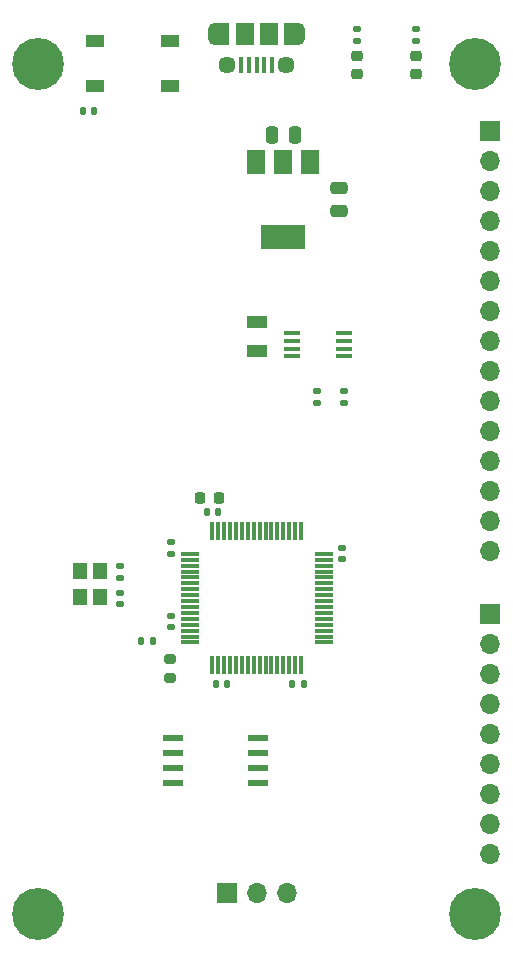
<source format=gbr>
%TF.GenerationSoftware,KiCad,Pcbnew,(6.0.9)*%
%TF.CreationDate,2022-12-01T17:51:06-05:00*%
%TF.ProjectId,cdh-devkit,6364682d-6465-4766-9b69-742e6b696361,rev?*%
%TF.SameCoordinates,Original*%
%TF.FileFunction,Soldermask,Top*%
%TF.FilePolarity,Negative*%
%FSLAX46Y46*%
G04 Gerber Fmt 4.6, Leading zero omitted, Abs format (unit mm)*
G04 Created by KiCad (PCBNEW (6.0.9)) date 2022-12-01 17:51:06*
%MOMM*%
%LPD*%
G01*
G04 APERTURE LIST*
G04 Aperture macros list*
%AMRoundRect*
0 Rectangle with rounded corners*
0 $1 Rounding radius*
0 $2 $3 $4 $5 $6 $7 $8 $9 X,Y pos of 4 corners*
0 Add a 4 corners polygon primitive as box body*
4,1,4,$2,$3,$4,$5,$6,$7,$8,$9,$2,$3,0*
0 Add four circle primitives for the rounded corners*
1,1,$1+$1,$2,$3*
1,1,$1+$1,$4,$5*
1,1,$1+$1,$6,$7*
1,1,$1+$1,$8,$9*
0 Add four rect primitives between the rounded corners*
20,1,$1+$1,$2,$3,$4,$5,0*
20,1,$1+$1,$4,$5,$6,$7,0*
20,1,$1+$1,$6,$7,$8,$9,0*
20,1,$1+$1,$8,$9,$2,$3,0*%
G04 Aperture macros list end*
%ADD10R,1.500000X1.900000*%
%ADD11C,1.450000*%
%ADD12R,1.200000X1.900000*%
%ADD13O,1.200000X1.900000*%
%ADD14R,0.400000X1.350000*%
%ADD15C,4.400000*%
%ADD16R,1.600000X1.000000*%
%ADD17R,1.700000X1.700000*%
%ADD18O,1.700000X1.700000*%
%ADD19RoundRect,0.250000X-0.250000X-0.475000X0.250000X-0.475000X0.250000X0.475000X-0.250000X0.475000X0*%
%ADD20RoundRect,0.200000X0.275000X-0.200000X0.275000X0.200000X-0.275000X0.200000X-0.275000X-0.200000X0*%
%ADD21RoundRect,0.140000X0.140000X0.170000X-0.140000X0.170000X-0.140000X-0.170000X0.140000X-0.170000X0*%
%ADD22RoundRect,0.135000X0.185000X-0.135000X0.185000X0.135000X-0.185000X0.135000X-0.185000X-0.135000X0*%
%ADD23R,1.371600X0.406400*%
%ADD24RoundRect,0.140000X-0.140000X-0.170000X0.140000X-0.170000X0.140000X0.170000X-0.140000X0.170000X0*%
%ADD25RoundRect,0.140000X0.170000X-0.140000X0.170000X0.140000X-0.170000X0.140000X-0.170000X-0.140000X0*%
%ADD26RoundRect,0.225000X-0.225000X-0.250000X0.225000X-0.250000X0.225000X0.250000X-0.225000X0.250000X0*%
%ADD27RoundRect,0.140000X-0.170000X0.140000X-0.170000X-0.140000X0.170000X-0.140000X0.170000X0.140000X0*%
%ADD28R,1.200000X1.400000*%
%ADD29RoundRect,0.075000X-0.700000X-0.075000X0.700000X-0.075000X0.700000X0.075000X-0.700000X0.075000X0*%
%ADD30RoundRect,0.075000X-0.075000X-0.700000X0.075000X-0.700000X0.075000X0.700000X-0.075000X0.700000X0*%
%ADD31RoundRect,0.040600X-0.764400X-0.249400X0.764400X-0.249400X0.764400X0.249400X-0.764400X0.249400X0*%
%ADD32RoundRect,0.218750X-0.256250X0.218750X-0.256250X-0.218750X0.256250X-0.218750X0.256250X0.218750X0*%
%ADD33R,1.800000X1.000000*%
%ADD34RoundRect,0.135000X-0.185000X0.135000X-0.185000X-0.135000X0.185000X-0.135000X0.185000X0.135000X0*%
%ADD35R,1.500000X2.000000*%
%ADD36R,3.800000X2.000000*%
%ADD37RoundRect,0.250000X0.475000X-0.250000X0.475000X0.250000X-0.475000X0.250000X-0.475000X-0.250000X0*%
G04 APERTURE END LIST*
D10*
%TO.C,J4*%
X36500000Y-16452500D03*
D11*
X35000000Y-19152500D03*
D12*
X40400000Y-16452500D03*
D13*
X41000000Y-16452500D03*
D11*
X40000000Y-19152500D03*
D13*
X34000000Y-16452500D03*
D12*
X34600000Y-16452500D03*
D10*
X38500000Y-16452500D03*
D14*
X36200000Y-19152500D03*
X36850000Y-19152500D03*
X37500000Y-19152500D03*
X38150000Y-19152500D03*
X38800000Y-19152500D03*
%TD*%
D15*
%TO.C,H1*%
X19000000Y-19000000D03*
%TD*%
D16*
%TO.C,S1*%
X30200000Y-20900000D03*
X23800000Y-20900000D03*
X30200000Y-17100000D03*
X23800000Y-17100000D03*
%TD*%
D17*
%TO.C,J3*%
X57280262Y-65560000D03*
D18*
X57280262Y-68100000D03*
X57280262Y-70640000D03*
X57280262Y-73180000D03*
X57280262Y-75720000D03*
X57280262Y-78260000D03*
X57280262Y-80800000D03*
X57280262Y-83340000D03*
X57280262Y-85880000D03*
%TD*%
D15*
%TO.C,H2*%
X56000000Y-91000000D03*
%TD*%
%TO.C,H4*%
X19000000Y-91000000D03*
%TD*%
D19*
%TO.C,C2*%
X38800000Y-25000000D03*
X40700000Y-25000000D03*
%TD*%
D20*
%TO.C,R5*%
X30200000Y-71025000D03*
X30200000Y-69375000D03*
%TD*%
D21*
%TO.C,C7*%
X34980000Y-71500000D03*
X34020000Y-71500000D03*
%TD*%
D17*
%TO.C,J1*%
X34975000Y-89250000D03*
D18*
X37515000Y-89250000D03*
X40055000Y-89250000D03*
%TD*%
D22*
%TO.C,R1*%
X51000000Y-17045000D03*
X51000000Y-16025000D03*
%TD*%
D23*
%TO.C,U4*%
X40515600Y-41809400D03*
X40515600Y-42469800D03*
X40515600Y-43130200D03*
X40515600Y-43790600D03*
X44884400Y-43790600D03*
X44884400Y-43130200D03*
X44884400Y-42469800D03*
X44884400Y-41809400D03*
%TD*%
D21*
%TO.C,C9*%
X41480000Y-71500000D03*
X40520000Y-71500000D03*
%TD*%
D17*
%TO.C,J2*%
X57280262Y-24680000D03*
D18*
X57280262Y-27220000D03*
X57280262Y-29760000D03*
X57280262Y-32300000D03*
X57280262Y-34840000D03*
X57280262Y-37380000D03*
X57280262Y-39920000D03*
X57280262Y-42460000D03*
X57280262Y-45000000D03*
X57280262Y-47540000D03*
X57280262Y-50080000D03*
X57280262Y-52620000D03*
X57280262Y-55160000D03*
X57280262Y-57700000D03*
X57280262Y-60240000D03*
%TD*%
D24*
%TO.C,C10*%
X33270000Y-57000000D03*
X34230000Y-57000000D03*
%TD*%
D15*
%TO.C,H3*%
X56000000Y-19000000D03*
%TD*%
D22*
%TO.C,R2*%
X46000000Y-17045000D03*
X46000000Y-16025000D03*
%TD*%
D25*
%TO.C,C8*%
X25925000Y-64780000D03*
X25925000Y-63820000D03*
%TD*%
D26*
%TO.C,C1*%
X32725000Y-55750000D03*
X34275000Y-55750000D03*
%TD*%
D27*
%TO.C,C3*%
X44750000Y-60020000D03*
X44750000Y-60980000D03*
%TD*%
D28*
%TO.C,Y1*%
X22550000Y-61975000D03*
X22550000Y-64175000D03*
X24250000Y-64175000D03*
X24250000Y-61975000D03*
%TD*%
D29*
%TO.C,U2*%
X31825000Y-60500000D03*
X31825000Y-61000000D03*
X31825000Y-61500000D03*
X31825000Y-62000000D03*
X31825000Y-62500000D03*
X31825000Y-63000000D03*
X31825000Y-63500000D03*
X31825000Y-64000000D03*
X31825000Y-64500000D03*
X31825000Y-65000000D03*
X31825000Y-65500000D03*
X31825000Y-66000000D03*
X31825000Y-66500000D03*
X31825000Y-67000000D03*
X31825000Y-67500000D03*
X31825000Y-68000000D03*
D30*
X33750000Y-69925000D03*
X34250000Y-69925000D03*
X34750000Y-69925000D03*
X35250000Y-69925000D03*
X35750000Y-69925000D03*
X36250000Y-69925000D03*
X36750000Y-69925000D03*
X37250000Y-69925000D03*
X37750000Y-69925000D03*
X38250000Y-69925000D03*
X38750000Y-69925000D03*
X39250000Y-69925000D03*
X39750000Y-69925000D03*
X40250000Y-69925000D03*
X40750000Y-69925000D03*
X41250000Y-69925000D03*
D29*
X43175000Y-68000000D03*
X43175000Y-67500000D03*
X43175000Y-67000000D03*
X43175000Y-66500000D03*
X43175000Y-66000000D03*
X43175000Y-65500000D03*
X43175000Y-65000000D03*
X43175000Y-64500000D03*
X43175000Y-64000000D03*
X43175000Y-63500000D03*
X43175000Y-63000000D03*
X43175000Y-62500000D03*
X43175000Y-62000000D03*
X43175000Y-61500000D03*
X43175000Y-61000000D03*
X43175000Y-60500000D03*
D30*
X41250000Y-58575000D03*
X40750000Y-58575000D03*
X40250000Y-58575000D03*
X39750000Y-58575000D03*
X39250000Y-58575000D03*
X38750000Y-58575000D03*
X38250000Y-58575000D03*
X37750000Y-58575000D03*
X37250000Y-58575000D03*
X36750000Y-58575000D03*
X36250000Y-58575000D03*
X35750000Y-58575000D03*
X35250000Y-58575000D03*
X34750000Y-58575000D03*
X34250000Y-58575000D03*
X33750000Y-58575000D03*
%TD*%
D21*
%TO.C,C13*%
X28680000Y-67900000D03*
X27720000Y-67900000D03*
%TD*%
D31*
%TO.C,U3*%
X30395000Y-76095000D03*
X30395000Y-77365000D03*
X30395000Y-78635000D03*
X30395000Y-79905000D03*
X37605000Y-79905000D03*
X37605000Y-78635000D03*
X37605000Y-77365000D03*
X37605000Y-76095000D03*
%TD*%
D32*
%TO.C,D2*%
X51000000Y-18312500D03*
X51000000Y-19887500D03*
%TD*%
D25*
%TO.C,C5*%
X30250000Y-60480000D03*
X30250000Y-59520000D03*
%TD*%
D33*
%TO.C,Y2*%
X37500000Y-40850000D03*
X37500000Y-43350000D03*
%TD*%
D34*
%TO.C,R3*%
X44900000Y-46740000D03*
X44900000Y-47760000D03*
%TD*%
D25*
%TO.C,C12*%
X30250000Y-66730000D03*
X30250000Y-65770000D03*
%TD*%
D21*
%TO.C,C11*%
X23730000Y-23000000D03*
X22770000Y-23000000D03*
%TD*%
D35*
%TO.C,U1*%
X42050000Y-27350000D03*
X39750000Y-27350000D03*
D36*
X39750000Y-33650000D03*
D35*
X37450000Y-27350000D03*
%TD*%
D34*
%TO.C,R4*%
X42600000Y-46750000D03*
X42600000Y-47770000D03*
%TD*%
D32*
%TO.C,D1*%
X46000000Y-18312500D03*
X46000000Y-19887500D03*
%TD*%
D25*
%TO.C,C4*%
X25925000Y-62530000D03*
X25925000Y-61570000D03*
%TD*%
D37*
%TO.C,C6*%
X44500000Y-31450000D03*
X44500000Y-29550000D03*
%TD*%
M02*

</source>
